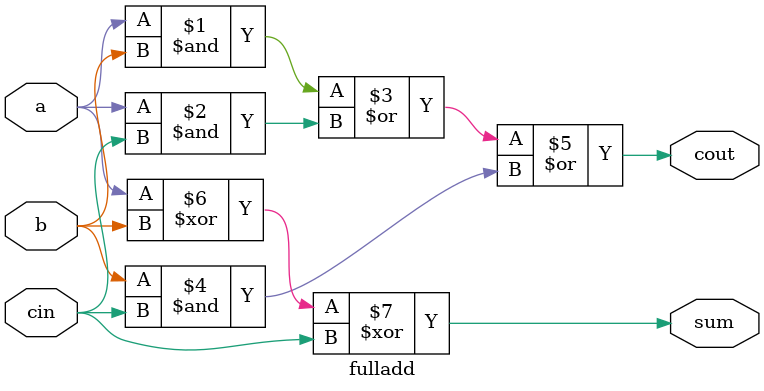
<source format=v>
module top_module (
    input [3:0] x,
    input [3:0] y, 
    output [4:0] sum);
    wire [3:0] cout;
    fulladd u0(x[0],y[0],0,cout[0],sum[0]);
    fulladd u1(x[1],y[1],cout[0],cout[1],sum[1]);
    fulladd u2(x[2],y[2],cout[1],cout[2],sum[2]);
    fulladd u3(x[3],y[3],cout[2],cout[3],sum[3]);
    assign sum[4] = cout[3];
    

endmodule

module fulladd(    
    input a, b, cin,
    output cout, sum );
    assign cout = a&b | a&cin | b&cin;
    assign sum = a ^ b ^ cin;
endmodule


</source>
